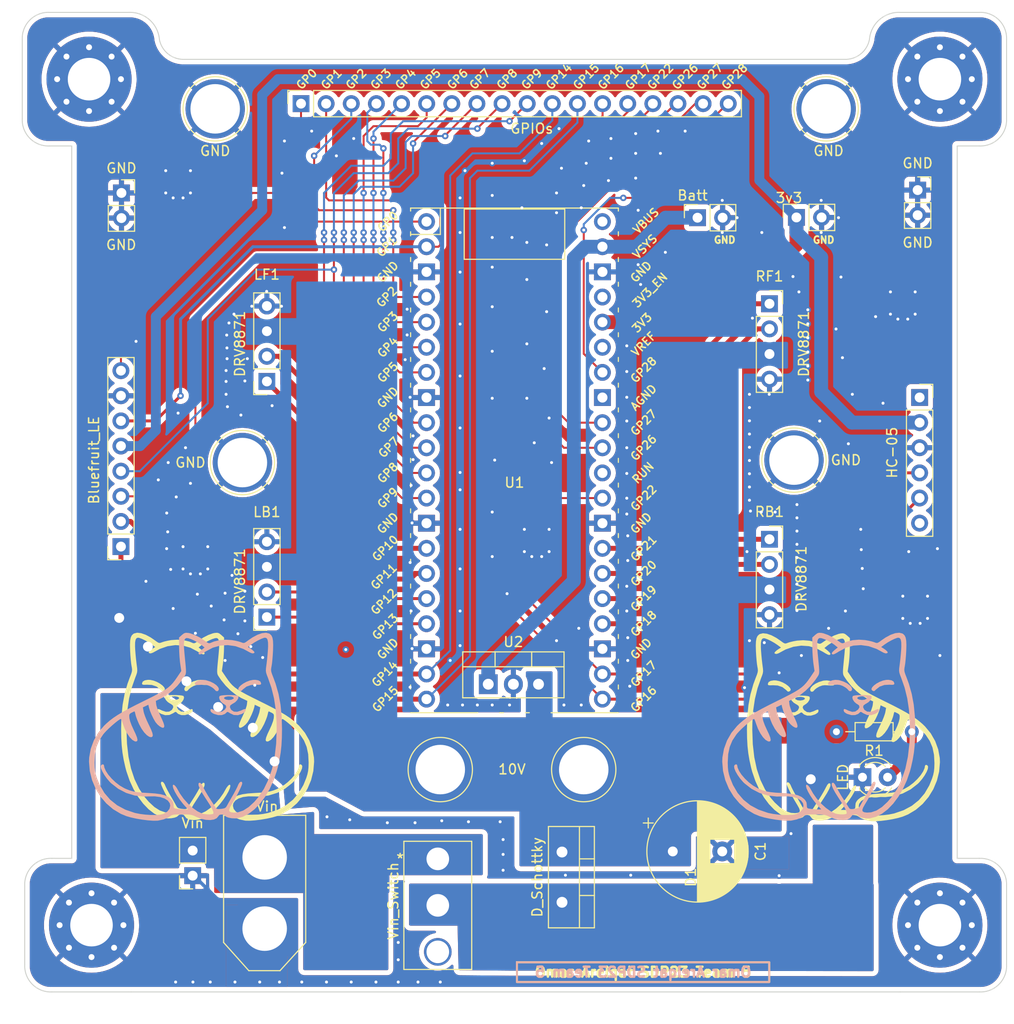
<source format=kicad_pcb>
(kicad_pcb (version 20211014) (generator pcbnew)
  (layers (0 "F.Cu" signal) (31 "B.Cu" signal) (34 "B.Paste" user) (35 "F.Paste" user) (36 "B.SilkS" user "B.Silkscreen") (37 "F.SilkS" user "F.Silkscreen") (38 "B.Mask" user) (39 "F.Mask" user) (44 "Edge.Cuts" user))
  (net 0 "")
  (net 1 "LF1")
  (net 2 "LF2")
  (net 3 "+10V")
  (net 4 "GND")
  (net 5 "RB1")
  (net 6 "RB2")
  (net 7 "LB1")
  (net 8 "LB2")
  (net 9 "RF1")
  (net 10 "RF2")
  (net 11 "Vcc_10v")
  (net 12 "Net-(D3-Pad2)")
  (net 13 "VCC")
  (net 15 "+3V3")
  (net 17 "VSYS")
  (net 24 "GPIO16")
  (net 25 "GPIO17")
  (net 26 "GPIO1")
  (net 27 "GPIO2")
  (net 28 "GPIO3")
  (net 29 "GPIO4")
  (net 30 "GPIO5")
  (net 31 "GPIO6")
  (net 32 "GPIO7")
  (net 33 "GPIO8")
  (net 34 "GPIO9")
  (net 35 "GPIO15")
  (net 36 "GPIO22")
  (net 37 "GPIO26")
  (net 38 "GPIO27")
  (net 39 "GPIO28")
  (net 40 "CTS")
  (net 41 "DFU")
  (footprint "Connector_PinSocket_2.54mm:PinSocket_1x02_P2.54mm_Vertical" (layer "F.Cu") (at 167.5 75.46)
    (fp_text reference "J17")
    (fp_text value "GND")
  )
  (footprint "Connector_PinSocket_2.54mm:PinSocket_1x04_P2.54mm_Vertical" (layer "F.Cu") (at 152.525 86.95)
    (fp_text reference "RF1")
    (fp_text value "DRV8871")
  )
  (footprint "Coaster_PCB_CDR:pic22" (layer "F.Cu") (at 95.75 129.5)
    (fp_text reference "Qat")
    (fp_text value "LOGO" hide)
  )
  (footprint "TestPoint:TestPoint_Plated_Hole_D5.0mm" (layer "F.Cu") (at 158.25 67.25)
    (fp_text reference "J15")
    (fp_text value "GND")
  )
  (footprint "Buggy_Footprints:1101M2S3CQE2" (layer "F.Cu") (at 119 143.051)
    (fp_text reference "SW1")
    (fp_text value "Vin_Switch")
  )
  (footprint "Connector_PinSocket_2.54mm:PinSocket_1x02_P2.54mm_Vertical" (layer "F.Cu") (at 155.25 78.225 90)
    (fp_text reference "J13")
    (fp_text value "3v3")
  )
  (footprint "MountingHole:MountingHole_4.3mm_M4_Pad_Via" (layer "F.Cu") (at 169.75 149.75)
    (fp_text reference "H3")
    (fp_text value "M")
  )
  (footprint "Connector_PinSocket_2.54mm:PinSocket_1x08_P2.54mm_Vertical" (layer "F.Cu") (at 86.975 111.49 180)
    (fp_text reference "J9")
    (fp_text value "Bluefruit_LE")
  )
  (footprint "Coaster_PCB_CDR:pic22" (layer "F.Cu") (at 159.00321 129.554814)
    (fp_text reference "Qat")
    (fp_text value "LOGO" hide)
  )
  (footprint "LED_THT:LED_D3.0mm" (layer "F.Cu") (at 161.925 134.8)
    (fp_text reference "D3")
    (fp_text value "LED")
  )
  (footprint "Package_TO_SOT_THT:TO-220-2_Vertical" (layer "F.Cu") (at 131.555 142.36 -90)
    (fp_text reference "D1")
    (fp_text value "D_Schottky")
  )
  (footprint "MountingHole:MountingHole_4.3mm_M4_Pad_Via" (layer "F.Cu") (at 83.75 64.25)
    (fp_text reference "H1")
    (fp_text value "M")
  )
  (footprint "TestPoint:TestPoint_Plated_Hole_D5.0mm" (layer "F.Cu") (at 99.25 103)
    (fp_text reference "J12")
    (fp_text value "GND")
  )
  (footprint "Connector_PinSocket_2.54mm:PinSocket_1x18_P2.54mm_Vertical" (layer "F.Cu") (at 105.175 66.725 90)
    (fp_text reference "J8")
    (fp_text value "GPIOs")
  )
  (footprint "Capacitor_THT:CP_Radial_D10.0mm_P5.00mm" (layer "F.Cu") (at 142.75 142.3)
    (fp_text reference "C1")
    (fp_text value "2200uF")
  )
  (footprint "TestPoint:TestPoint_Plated_Hole_D5.0mm" (layer "F.Cu") (at 96.5 67.25 90)
    (fp_text reference "J5")
    (fp_text value "GND")
  )
  (footprint "Connector_PinSocket_2.54mm:PinSocket_1x06_P2.54mm_Vertical" (layer "F.Cu") (at 167.7 96.42)
    (fp_text reference "J2")
    (fp_text value "HC-05")
  )
  (footprint "Connector_PinSocket_2.54mm:PinSocket_1x02_P2.54mm_Vertical" (layer "F.Cu") (at 145.25 78.2525 90)
    (fp_text reference "J4")
    (fp_text value "Batt")
  )
  (footprint "MountingHole:MountingHole_4.3mm_M4_Pad_Via" (layer "F.Cu") (at 169.75 64.25)
    (fp_text reference "H2")
    (fp_text value "M")
  )
  (footprint "Connector_PinSocket_2.54mm:PinSocket_1x02_P2.54mm_Vertical" (layer "F.Cu") (at 87.025 75.75)
    (fp_text reference "J16")
    (fp_text value "GND")
  )
  (footprint "Package_TO_SOT_THT:TO-220-3_Vertical" (layer "F.Cu") (at 124.1 125.4)
    (fp_text reference "U2")
    (fp_text value "LM2937xT")
  )
  (footprint "Connector_AMASS:AMASS_XT60-M_1x02_P7.20mm_Vertical" (layer "F.Cu") (at 101.5 150.1 90)
    (fp_text reference "J1")
    (fp_text value "Vin")
  )
  (footprint "Connector_PinSocket_2.54mm:PinSocket_1x02_P2.54mm_Vertical" (layer "F.Cu") (at 94.225 144.75 180)
    (fp_text reference "J6")
    (fp_text value "Vin")
  )
  (footprint "Resistor_THT:R_Axial_DIN0204_L3.6mm_D1.6mm_P7.62mm_Horizontal" (layer "F.Cu") (at 166.91 130.2 180)
    (fp_text reference "R1")
    (fp_text value "330")
  )
  (footprint "Connector_PinSocket_2.54mm:PinSocket_1x04_P2.54mm_Vertical" (layer "F.Cu") (at 101.725 118.62 180)
    (fp_text reference "LB1")
    (fp_text value "DRV8871")
  )
  (footprint "MountingHole:MountingHole_4.3mm_M4_Pad_Via" (layer "F.Cu") (at 84 149.75)
    (fp_text reference "H4")
    (fp_text value "M")
  )
  (footprint "Connector_PinSocket_2.54mm:PinSocket_1x04_P2.54mm_Vertical" (layer "F.Cu") (at 101.725 94.8 180)
    (fp_text reference "LF1")
    (fp_text value "DRV8871")
  )
  (footprint "TestPoint:TestPoint_Plated_Hole_D5.0mm" (layer "F.Cu") (at 119.25 134.0275)
    (fp_text reference "J7")
    (fp_text value "10V")
  )
  (footprint "TestPoint:TestPoint_Plated_Hole_D5.0mm" (layer "F.Cu") (at 133.75 134.0275)
    (fp_text reference "J3")
    (fp_text value "10V")
  )
  (footprint "TestPoint:TestPoint_Plated_Hole_D5.0mm" (layer "F.Cu") (at 155 102.75)
    (fp_text reference "J10")
    (fp_text value "GND")
  )
  (footprint "Connector_PinSocket_2.54mm:PinSocket_1x04_P2.54mm_Vertical" (layer "F.Cu") (at 152.525 110.75)
    (fp_text reference "RB1")
    (fp_text value "DRV8871")
  )
  (footprint "RPi_Pico:RPi_PicoW_SMD_TH" (layer "F.Cu") (at 126.75 102.7775)
    (fp_text reference "U1")
    (fp_text value "PicoW")
  )
  (footprint "Coaster_PCB_CDR:pic22" (layer "B.Cu") (at 158.5 129.5 180)
    (fp_text reference "Qat")
    (fp_text value "LOGO" hide)
  )
  (footprint "Coaster_PCB_CDR:pic22" (layer "B.Cu") (at 94.49679 129.5 180)
    (fp_text reference "Qat")
    (fp_text value "LOGO" hide)
  )
  (gr_rect (start 152.5 155.5) (end 127 153.5) (layer "B.SilkS") (width 0.2) (fill none))
  (gr_rect (start 152.5 155.5) (end 127 153.5) (layer "F.SilkS") (width 0.2) (fill none))
  (gr_arc (start 176.489399 153.75) (mid 175.719204 155.729805) (end 173.739399 156.5) (layer "Edge.Cuts") (width 0.1))
  (gr_arc (start 162.625 60.25) (mid 163.62765 58.246988) (end 165.739399 57.5) (layer "Edge.Cuts") (width 0.1))
  (gr_line (start 173.739399 143) (end 171.5 143) (layer "Edge.Cuts") (width 0.1))
  (gr_line (start 176.489399 60.25) (end 176.489399 68.25) (layer "Edge.Cuts") (width 0.1))
  (gr_arc (start 79.75 71) (mid 77.770195 70.229805) (end 77 68.25) (layer "Edge.Cuts") (width 0.1))
  (gr_line (start 77.25 153.75) (end 77.25 145.75) (layer "Edge.Cuts") (width 0.1))
  (gr_line (start 173.739399 57.5) (end 165.739399 57.5) (layer "Edge.Cuts") (width 0.1))
  (gr_arc (start 173.739399 143) (mid 175.719205 143.770194) (end 176.489399 145.75) (layer "Edge.Cuts") (width 0.1))
  (gr_line (start 171.5 143) (end 171.5 71) (layer "Edge.Cuts") (width 0.1))
  (gr_arc (start 93.25 62.25) (mid 91.705112 61.669962) (end 90.864399 60.25) (layer "Edge.Cuts") (width 0.1))
  (gr_line (start 77 68.25) (end 77 60.25) (layer "Edge.Cuts") (width 0.1))
  (gr_line (start 80 143) (end 82 143) (layer "Edge.Cuts") (width 0.1))
  (gr_arc (start 77.25 145.75) (mid 78.020195 143.770195) (end 80 143) (layer "Edge.Cuts") (width 0.1))
  (gr_line (start 80 156.5) (end 88 156.5) (layer "Edge.Cuts") (width 0.1))
  (gr_line (start 93.25 62.25) (end 160.239399 62.25) (layer "Edge.Cuts") (width 0.1))
  (gr_arc (start 77 60.25) (mid 77.770195 58.270195) (end 79.75 57.5) (layer "Edge.Cuts") (width 0.1))
  (gr_line (start 82 71) (end 82 143) (layer "Edge.Cuts") (width 0.1))
  (gr_line (start 171.5 71) (end 173.75 71) (layer "Edge.Cuts") (width 0.1))
  (gr_line (start 79.75 57.5) (end 87.75 57.5) (layer "Edge.Cuts") (width 0.1))
  (gr_arc (start 80 156.5) (mid 78.020195 155.729805) (end 77.25 153.75) (layer "Edge.Cuts") (width 0.1))
  (gr_arc (start 87.75 57.5) (mid 89.861792 58.246939) (end 90.864399 60.25) (layer "Edge.Cuts") (width 0.1))
  (gr_arc (start 162.625 60.25) (mid 161.784268 61.669939) (end 160.239399 62.25) (layer "Edge.Cuts") (width 0.1))
  (gr_line (start 173.739399 156.5) (end 165.739399 156.5) (layer "Edge.Cuts") (width 0.1))
  (gr_arc (start 176.489399 68.25) (mid 175.722928 70.22591) (end 173.75 71) (layer "Edge.Cuts") (width 0.1))
  (gr_line (start 79.75 71) (end 82 71) (layer "Edge.Cuts") (width 0.1))
  (gr_arc (start 173.739399 57.5) (mid 175.719205 58.270194) (end 176.489399 60.25) (layer "Edge.Cuts") (width 0.1))
  (gr_line (start 176.489399 145.75) (end 176.489399 153.75) (layer "Edge.Cuts") (width 0.1))
  (gr_line (start 88 156.5) (end 165.739399 156.5) (layer "Edge.Cuts") (width 0.1))
  (gr_text "Omar Areiqat SDP23 Team 5" (at 139.75 154.5) (layer "B.SilkS") (effects (font (size 1 1) (thickness 0.25)) (justify mirror)))
  (gr_text "GP26" (at 144 64 45) (layer "F.SilkS") (effects (font (size 0.8 0.8))))
  (gr_text "GP17" (at 139.25 64 45) (layer "F.SilkS") (effects (font (size 0.8 0.8))))
  (gr_text "GND" (at 87.025 73.25) (layer "F.SilkS") (effects (font (size 1 1))))
  (gr_text "GND" (at 148 80.5) (layer "F.SilkS") (effects (font (size 0.7 0.7) (thickness 0.175))))
  (gr_text "GP0" (at 105.75 64.25 45) (layer "F.SilkS") (effects (font (size 0.8 0.8))))
  (gr_text "GP15" (at 134 64 45) (layer "F.SilkS") (effects (font (size 0.8 0.8))))
  (gr_text "Omar Areiqat SDP23 Team 5" (at 139.75 154.5) (layer "F.SilkS") (effects (font (size 1 1) (thickness 0.25))))
  (gr_text "GND" (at 167.5 72.75) (layer "F.SilkS") (effects (font (size 1 1))))
  (gr_text "GP14" (at 131.25 64 45) (layer "F.SilkS") (effects (font (size 0.8 0.8))))
  (gr_text "GP5" (at 118.25 64.25 45) (layer "F.SilkS") (effects (font (size 0.8 0.8))))
  (gr_text "GND" (at 87 81) (layer "F.SilkS") (effects (font (size 1 1))))
  (gr_text "GP1" (at 108.25 64.25 45) (layer "F.SilkS") (effects (font (size 0.8 0.8))))
  (gr_text "GP28" (at 149 64 45) (layer "F.SilkS") (effects (font (size 0.8 0.8))))
  (gr_text "GP6" (at 121 64.25 45) (layer "F.SilkS") (effects (font (size 0.8 0.8))))
  (gr_text "GP8" (at 126 64.25 45) (layer "F.SilkS") (effects (font (size 0.8 0.8))))
  (gr_text "GND" (at 158 80.5) (layer "F.SilkS") (effects (font (size 0.7 0.7) (thickness 0.175))))
  (gr_text "GP9" (at 128.5 64.25 45) (layer "F.SilkS") (effects (font (size 0.8 0.8))))
  (gr_text "GP2" (at 110.75 64.25 45) (layer "F.SilkS") (effects (font (size 0.8 0.8))))
  (gr_text "GP22" (at 141.5 64 45) (layer "F.SilkS") (effects (font (size 0.8 0.8))))
  (gr_text "GP4" (at 115.75 64.25 45) (layer "F.SilkS") (effects (font (size 0.8 0.8))))
  (gr_text "GP27" (at 146.5 64 45) (layer "F.SilkS") (effects (font (size 0.8 0.8))))
  (gr_text "GP16" (at 136.5 64 45) (layer "F.SilkS") (effects (font (size 0.8 0.8))))
  (gr_text "GP3" (at 113.25 64.25 45) (layer "F.SilkS") (effects (font (size 0.8 0.8))))
  (gr_text "GP7" (at 123.25 64.25 45) (layer "F.SilkS") (effects (font (size 0.8 0.8))))
  (segment (start 117.86 114.2075) (end 116.675 114.2075) (width 0.5) (layer "F.Cu") (net 1))
  (segment (start 101.725 94.825) (end 101.725 94.8) (width 0.5) (layer "F.Cu") (net 1))
  (segment (start 113.2475 114.775) (end 108.3 109.8275) (width 0.5) (layer "F.Cu") (net 1))
  (segment (start 116.221016 114.775) (end 113.2475 114.775) (width 0.5) (layer "F.Cu") (net 1))
  (segment (start 108.3 101.4) (end 101.725 94.825) (width 0.5) (layer "F.Cu") (net 1))
  (segment (start 116.675 114.321016) (end 116.221016 114.775) (width 0.5) (layer "F.Cu") (net 1))
  (segment (start 116.675 114.2075) (end 116.675 114.321016) (width 0.5) (layer "F.Cu") (net 1))
  (segment (start 108.3 109.8275) (end 108.3 101.4) (width 0.5) (layer "F.Cu") (net 1))
  (segment (start 111.25 109.0275) (end 111.25 100.55) (width 0.5) (layer "F.Cu") (net 2))
  (segment (start 117.86 111.6675) (end 113.89 111.6675) (width 0.5) (layer "F.Cu") (net 2))
  (segment (start 111.25 100.55) (end 102.96 92.26) (width 0.5) (layer "F.Cu") (net 2))
  (segment (start 113.89 111.6675) (end 111.25 109.0275) (width 0.5) (layer "F.Cu") (net 2))
  (segment (start 102.96 92.26) (end 101.725 92.26) (width 0.5) (layer "F.Cu") (net 2))
  (via (at 109.7 121.9) (size 0.65) (drill 0.3) (layers "F.Cu" "B.Cu") (net 4))
  (via (at 121.25 83.75) (size 0.65) (drill 0.3) (layers "F.Cu" "B.Cu") (net 4))
  (via (at 94 75.75) (size 0.65) (drill 0.3) (layers "F.Cu" "B.Cu") (net 4))
  (via (at 116.5 102.7) (size 0.65) (drill 0.3) (layers "F.Cu" "B.Cu") (net 4))
  (via (at 110.5 70.25) (size 0.65) (drill 0.3) (layers "F.Cu" "B.Cu") (net 4))
  (via (at 96.1 117.5) (size 0.65) (drill 0.3) (layers "F.Cu" "B.Cu") (net 4))
  (via (at 138.1 106.6) (size 0.65) (drill 0.3) (layers "F.Cu" "B.Cu") (net 4))
  (via (at 130.25 112) (size 0.65) (drill 0.3) (layers "F.Cu" "B.Cu") (net 4))
  (via (at 134.25 70.5) (size 0.65) (drill 0.3) (layers "F.Cu" "B.Cu") (net 4))
  (via (at 155.3 107.247208) (size 0.65) (drill 0.3) (layers "F.Cu" "B.Cu") (net 4))
  (via (at 166.75 119.25) (size 0.65) (drill 0.3) (layers "F.Cu" "B.Cu") (net 4))
  (via (at 154.7 140.5) (size 0.65) (drill 0.3) (layers "F.Cu" "B.Cu") (net 4))
  (via (at 124.75 102.75) (size 0.65) (drill 0.3) (layers "F.Cu" "B.Cu") (net 4))
  (via (at 128.75 101) (size 0.65) (drill 0.3) (layers "F.Cu" "B.Cu") (net 4))
  (via (at 160.2 118) (size 0.65) (drill 0.3) (layers "F.Cu" "B.Cu") (net 4))
  (via (at 98.4 88) (size 0.65) (drill 0.3) (layers "F.Cu" "B.Cu") (net 4))
  (via (at 163.25 88.25) (size 0.65) (drill 0.3) (layers "F.Cu" "B.Cu") (net 4))
  (via (at 150.5 121) (size 0.65) (drill 0.3) (layers "F.Cu" "B.Cu") (net 4))
  (via (at 130.25 109.75) (size 0.65) (drill 0.3) (layers "F.Cu" "B.Cu") (net 4))
  (via (at 161.9 113.7) (size 0.65) (drill 0.3) (layers "F.Cu" "B.Cu") (net 4))
  (via (at 100.2 87.2) (size 0.65) (drill 0.3) (layers "F.Cu" "B.Cu") (net 4))
  (via (at 110.1 139.1) (size 0.65) (drill 0.3) (layers "F.Cu" "B.Cu") (net 4))
  (via (at 91.6 108.1) (size 0.65) (drill 0.3) (layers "F.Cu" "B.Cu") (net 4))
  (via (at 116.2 96.4) (size 0.65) (drill 0.3) (layers "F.Cu" "B.Cu") (net 4))
  (via (at 150 125.75) (size 0.65) (drill 0.3) (layers "F.Cu" "B.Cu") (net 4))
  (via (at 129.75 93.5) (size 0.65) (drill 0.3) (layers "F.Cu" "B.Cu") (net 4))
  (via (at 130.25 98.5) (size 0.65) (drill 0.3) (layers "F.Cu" "B.Cu") (net 4))
  (via (at 144 69.5) (size 0.65) (drill 0.3) (layers "F.Cu" "B.Cu") (net 4))
  (via (at 103.2 87.2) (size 0.65) (drill 0.3) (layers "F.Cu" "B.Cu") (net 4))
  (via (at 115 151.5) (size 0.65) (drill 0.3) (layers "F.Cu" "B.Cu") (net 4))
  (via (at 88.5 90.75) (size 0.65) (drill 0.3) (layers "F.Cu" "B.Cu") (net 4))
  (via (at 159.75 84.25) (size 0.65) (drill 0.3) (layers "F.Cu" "B.Cu") (net 4))
  (via (at 154.9 84.2) (size 0.65) (drill 0.3) (layers "F.Cu" "B.Cu") (net 4))
  (via (at 156.4 94.66) (size 0.65) (drill 0.3) (layers "F.Cu" "B.Cu") (net 4))
  (via (at 112.75 155.5) (size 0.65) (drill 0.3) (layers "F.Cu" "B.Cu") (net 4))
  (via (at 138.1 98.8) (size 0.65) (drill 0.3) (layers "F.Cu" "B.Cu") (net 4))
  (via (at 136.5 70.25) (size 0.65) (drill 0.3) (layers "F.Cu" "B.Cu") (net 4))
  (via (at 157.6 98.8) (size 0.65) (drill 0.3) (layers "F.Cu" "B.Cu") (net 4))
  (via (at 99.5 119) (size 0.65) (drill 0.3) (layers "F.Cu" "B.Cu") (net 4))
  (via (at 139.25 83) (size 0.65) (drill 0.3) (layers "F.Cu" "B.Cu") (net 4))
  (via (at 100.3 129.8) (size 2) (drill 1) (layers "F.Cu" "B.Cu") (net 4))
  (via (at 156.4 93.24) (size 0.65) (drill 0.3) (layers "F.Cu" "B.Cu") (net 4))
  (via (at 130 87.75) (size 0.65) (drill 0.3) (layers "F.Cu" "B.Cu") (net 4))
  (via (at 97.4 118.9) (size 0.65) (drill 0.3) (layers "F.Cu" "B.Cu") (net 4))
  (via (at 124.5 112.5) (size 0.65) (drill 0.3) (layers "F.Cu" "B.Cu") (net 4))
  (via (at 157.75 76.5) (size 0.65) (drill 0.3) (layers "F.Cu" "B.Cu") (net 4))
  (via (at 121.25 105.75) (size 0.65) (drill 0.3) (layers "F.Cu" "B.Cu") (net 4))
  (via (at 121.25 89) (size 0.65) (drill 0.3) (layers "F.Cu" "B.Cu") (net 4))
  (via (at 124.5 127.5) (size 0.65) (drill 0.3) (layers "F.Cu" "B.Cu") (net 4))
  (via (at 91.7 110) (size 0.65) (drill 0.3) (layers "F.Cu" "B.Cu") (net 4))
  (via (at 99.5 116) (size 0.65) (drill 0.3) (layers "F.Cu" "B.Cu") (net 4))
  (via (at 97.6 94.8) (size 0.65) (drill 0.3) (layers "F.Cu" "B.Cu") (net 4))
  (via (at 107.8 138.8) (size 0.65) (drill 0.3) (layers "F.Cu" "B.Cu") (net 4))
  (via (at 94.5 120.25) (size 0.65) (drill 0.3) (layers "F.Cu" "B.Cu") (net 4))
  (via (at 139 69.75) (size 0.65) (drill 0.3) (layers "F.Cu" "B.Cu") (net 4))
  (via (at 116.4 121.8) (size 0.65) (drill 0.3) (layers "F.Cu" "B.Cu") (net 4))
  (via (at 115 153.25) (size 0.65) (drill 0.3) (layers "F.Cu" "B.Cu") (net 4))
  (via (at 103 155.5) (size 0.65) (drill 0.3) (layers "F.Cu" "B.Cu") (net 4))
  (via (at 164 97) (size 0.65) (drill 0.3) (layers "F.Cu" "B.Cu") (net 4))
  (via (at 101.7 85.7) (size 0.65) (drill 0.3) (layers "F.Cu" "B.Cu") (net 4))
  (via (at 107.75 155.5) (size 0.65) (drill 0.3) (layers "F.Cu" "B.Cu") (net 4))
  (via (at 108.75 72) (size 0.65) (drill 0.3) (layers "F.Cu" "B.Cu") (net 4))
  (via (at 141.5 71.75) (size 0.65) (drill 0.3) (layers "F.Cu" "B.Cu") (net 4))
  (via (at 138.2 112.9) (size 0.65) (drill 0.3) (layers "F.Cu" "B.Cu") (net 4))
  (via (at 150.6 107.9) (size 0.65) (drill 0.3) (layers "F.Cu" "B.Cu") (net 4))
  (via (at 138.1 91.2) (size 0.65) (drill 0.3) (layers "F.Cu" "B.Cu") (net 4))
  (via (at 116.4 109.1) (size 0.65) (drill 0.3) (layers "F.Cu" "B.Cu") (net 4))
  (via (at 131.5 73.25) (size 0.65) (drill 0.3) (layers "F.Cu" "B.Cu") (net 4))
  (via (at 101.3 122.7) (size 0.65) (drill 0.3) (layers "F.Cu" "B.Cu") (net 4))
  (via (at 141.25 69.5) (size 0.65) (drill 0.3) (layers "F.Cu" "B.Cu") (net 4))
  (via (at 150.5 97.438198) (size 0.65) (drill 0.3) (layers "F.Cu" "B.Cu") (net 4))
  (via (at 131.25 69.25) (size 0.65) (drill 0.3) (layers "F.Cu" "B.Cu") (net 4))
  (via (at 162 115.75) (size 0.65) (drill 0.3) (layers "F.Cu" "B.Cu") (net 4))
  (via (at 150.25 112) (size 0.65) (drill 0.3) (layers "F.Cu" "B.Cu") (net 4))
  (via (at 121.25 109.75) (size 0.65) (drill 0.3) (layers "F.Cu" "B.Cu") (net 4))
  (via (at 124.5 91.75) (size 0.65) (drill 0.3) (layers "F.Cu" "B.Cu") (net 4))
  (via (at 94 114.25) (size 0.65) (drill 0.3) (layers "F.Cu" "B.Cu") (net 4))
  (via (at 150.5 101.452792) (size 0.65) (drill 0.3) (layers "F.Cu" "B.Cu") (net 4))
  (via (at 97.739333 97.35515) (size 0.65) (drill 0.3) (layers "F.Cu" "B.Cu") (net 4))
  (via (at 124.5 76) (size 0.65) (drill 0.3) (layers "F.Cu" "B.Cu") (net 4))
  (via (at 155.3 117.952792) (size 0.65) (drill 0.3) (layers "F.Cu" "B.Cu") (net 4))
  (via (at 155.75 122.5) (size 0.65) (drill 0.3) (layers "F.Cu" "B.Cu") (net 4))
  (via (at 150.5 105.467386) (size 0.65) (drill 0.3) (layers "F.Cu" "B.Cu") (net 4))
  (via (at 127.75 112) (size 0.65) (drill 0.3) (layers "F.Cu" "B.Cu") (net 4))
  (via (at 131.9 144.7) (size 0.65) (drill 0.3) (layers "F.Cu" "B.Cu") (net 4))
  (via (at 113.9 139.4) (size 0.65) (drill 0.3) (layers "F.Cu" "B.Cu") (net 4))
  (via (at 101 155.5) (size 0.65) (drill 0.3) (layers "F.Cu" "B.Cu") (net 4))
  (via (at 116.5 100.3) (size 0.65) (drill 0.3) (layers "F.Cu" "B.Cu") (net 4))
  (via (at 133.25 119.75) (size 0.65) (drill 0.3) (layers "F.Cu" "B.Cu") (net 4))
  (via (at 99.5 94.75) (size 0.65) (drill 0.3) (layers "F.Cu" "B.Cu") (net 4))
  (via (at 157.75 79.75) (size 0.65) (drill 0.3) (layers "F.Cu" "B.Cu") (net 4))
  (via (at 152.5 96.1) (size 0.65) (drill 0.3) (layers "F.Cu" "B.Cu") (net 4))
  (via (at 156.4 91.82) (size 0.65) (drill 0.3) (layers "F.Cu" "B.Cu") (net 4))
  (via (at 121.25 104) (size 0.65) (drill 0.3) (layers "F.Cu" "B.Cu") (net 4))
  (via (at 92.25 76.25) (size 0.65) (drill 0.3) (layers "F.Cu" "B.Cu") (net 4))
  (via (at 165.5 88.5) (size 0.65) (drill 0.3) (layers "F.Cu" "B.Cu") (net 4))
  (via (at 155.3 111.261802) (size 0.65) (drill 0.3) (layers "F.Cu" "B.Cu") (net 4))
  (via (at 116.2 125.7) (size 0.65) (drill 0.3) (layers "F.Cu" "B.Cu") (net 4))
  (via (at 91.5 73.5) (size 0.65) (drill 0.3) (layers "F.Cu" "B.Cu") (net 4))
  (via (at 105.25 155.5) (size 0.65) (drill 0.3) (layers "F.Cu" "B.Cu") (net 4))
  (via (at 138.1 115.5) (size 0.65) (drill 0.3) (layers "F.Cu" "B.Cu") (net 4))
  (via (at 169.5 111.7) (size 0.65) (drill 0.3) (layers "F.Cu" "B.Cu") (net 4))
  (via (at 103.5 70.5) (size 0.65) (drill 0.3) (layers "F.Cu" "B.Cu") (net 4))
  (via (at 131 75.75) (size 0.65) (drill 0.3) (layers "F.Cu" "B.Cu") (net 4))
  (via (at 92.5 155.5) (size 0.65) (drill 0.3) (layers "F.Cu" "B.Cu") (net 4))
  (via (at 103.25 73.75) (size 0.65) (drill 0.3) (layers "F.Cu" "B.Cu") (net 4))
  (via (at 89.5 115) (size 0.65) (drill 0.3) (layers "F.Cu" "B.Cu") (net 4))
  (via (at 138.2 110.4) (size 0.65) (drill 0.3) (layers "F.Cu" "B.Cu") (net 4))
  (via (at 91.5 75.75) (size 0.65) (drill 0.3) (layers "F.Cu" "B.Cu") (net 4))
  (via (at 100.1 121.6) (size 0.65) (drill 0.3) (layers "F.Cu" "B.Cu") (net 4))
  (via (at 124.5 108) (size 0.65) (drill 0.3) (layers "F.Cu" "B.Cu") (net 4))
  (via (at 121.25 118) (size 0.65) (drill 0.3) (layers "F.Cu" "B.Cu") (net 4))
  (via (at 94 73.5) (size 0.65) (drill 0.3) (layers "F.Cu" "B.Cu") (net 4))
  (via (at 130.5 103) (size 0.65) (drill 0.3) (layers "F.Cu" "B.Cu") (net 4))
  (via (at 93.25 113.75) (size 0.65) (drill 0.3) (layers "F.Cu" "B.Cu") (net 4))
  (via (at 124.5 96.5) (size 0.65) (drill 0.3) (layers "F.Cu" "B.Cu") (net 4))
  (via (at 125.6 142.6) (size 0.65) (drill 0.3) (layers "F.Cu" "B.Cu") (net 4))
  (via (at 166.5 88.5) (size 0.65) (drill 0.3) (layers "F.Cu" "B.Cu") (net 4))
  (via (at 126.25 127.5) (size 0.65) (drill 0.3) (layers "F.Cu" "B.Cu") (net 4))
  (via (at 124.5 80.25) (size 0.65) (drill 0.3) (layers "F.Cu" "B.Cu") (net 4))
  (via (at 128 96.5) (size 0.65) (drill 0.3) (layers "F.Cu" "B.Cu") (net 4))
  (via (at 116.3 105.3) (size 0.65) (drill 0.3) (layers "F.Cu" "B.Cu") (net 4))
  (via (at 122.1 139.3) (size 0.65) (drill 0.3) (layers "F.Cu" "B.Cu") (net 4))
  (via (at 131 77.75) (size 0.65) (drill 0.3) (layers "F.Cu" "B.Cu") (net 4))
  (via (at 138.2 120.7) (size 0.65) (drill 0.3) (layers "F.Cu" "B.Cu") (net 4))
  (via (at 99.75 92.5) (size 0.65) (drill 0.3) (layers "F.Cu" "B.Cu") (net 4))
  (via (at 95.75 113.75) (size 0.65) (drill 0.3) (layers "F.Cu" "B.Cu") (net 4))
  (via (at 121.25 121.5) (size 0.65) (drill 0.3) (layers "F.Cu" "B.Cu") (net 4))
  (via (at 159.9 92.4) (size 0.65) (drill 0.3) (layers "F.Cu" "B.Cu") (net 4))
  (via (at 126.5 80.25) (size 0.65) (drill 0.3) (layers "F.Cu" "B.Cu") (net 4))
  (via (at 98.8 120.3) (size 0.65) (drill 0.3) (layers "F.Cu" "B.Cu") (net 4))
  (via (at 98.2 114.4) (size 0.65) (drill 0.3) (layers "F.Cu" "B.Cu") (net 4))
  (via (at 130 81) (size 0.65) (drill 0.3) (layers "F.Cu" "B.Cu") (net 4))
  (via (at 138.1 108.2) (size 0.65) (drill 0.3) (layers "F.Cu" "B.Cu") (net 4))
  (via (at 110.25 155.5) (size 0.65) (drill 0.3) (layers "F.Cu" "B.Cu") (net 4))
  (via (at 128 80.75) (size 0.65) (drill 0.3) (layers "F.Cu" "B.Cu") (net 4))
  (via (at 125.6 141.1) (size 0.65) (drill 0.3) (layers "F.Cu" "B.Cu") (net 4))
  (via (at 152 121.2) (size 0.65) (drill 0.3) (layers "F.Cu" "B.Cu") (net 4))
  (via (at 138.1 96.4) (size 0.65) (drill 0.3) (layers "F.Cu" "B.Cu") (net 4))
  (via (at 96 155.5) (size 0.65) (drill 0.3) (layers "F.Cu" "B.Cu") (net 4))
  (via (at 150.5 100.114594) (size 0.65) (drill 0.3) (layers "F.Cu" "B.Cu") (net 4))
  (via (at 115.9 87.5) (size 0.65) (drill 0.3) (layers "F.Cu" "B.Cu") (net 4))
  (via (at 160.5 101.1) (size 0.65) (drill 0.3) (layers "F.Cu" "B.Cu") (net 4))
  (via (at 164.75 88) (size 0.65) (drill 0.3) (layers "F.Cu" "B.Cu") (net 4))
  (via (at 159.25 89.5) (size 0.65) (drill 0.3) (layers "F.Cu" "B.Cu") (net 4))
  (via (at 138.1 104.1) (size 0.65) (drill 0.3) (layers "F.Cu" "B.Cu") (net 4))
  (via (at 97.5 123) (size 0.65) (drill 0.3) (layers "F.Cu" "B.Cu") (net 4))
  (via (at 150.5 106.805584) (size 0.65) (drill 0.3) (layers "F.Cu" "B.Cu") (net 4))
  (via (at 147.75 79.75) (size 0.65) (drill 0.3) (layers "F.Cu" "B.Cu") (net 4))
  (via (at 125.3 139.3) (size 0.65) (drill 0.3) (layers "F.Cu" "B.Cu") (net 4))
  (via (at 153.5 144.75) (size 0.65) (drill 0.3) (layers "F.Cu" "B.Cu") (net 4))
  (via (at 124.5 87.25) (size 0.65) (drill 0.3) (layers "F.Cu" "B.Cu") (net 4))
  (via (at 136.25 74.5) (size 0.65) (drill 0.3) (layers "F.Cu" "B.Cu") (net 4))
  (via (at 92.562435 106.47305) (size 0.65) (drill 0.3) (layers "F.Cu" "B.Cu") (net 4))
  (via (at 120.25 123) (size 0.65) (drill 0.3) (layers "F.Cu" "B.Cu") (net 4))
  (via (at 155.3 113.938198) (size 0.65) (drill 0.3) (layers "F.Cu" "B.Cu") (net 4))
  (via (at 128 84.5) (size 0.65) (drill 0.3) (layers "F.Cu" "B.Cu") (net 4))
  (via (at 164.75 85.75) (size 0.65) (drill 0.3) (layers "F.Cu" "B.Cu") (net 4))
  (via (at 131.75 127.5) (size 0.65) (drill 0.3) (layers "F.Cu" "B.Cu") (net 4))
  (via (at 133.5 77.25) (size 0.65) (drill 0.3) (layers "F.Cu" "B.Cu") (net 4))
  (via (at 155.3 108.585406) (size 0.65) (drill 0.3) (layers "F.Cu" "B.Cu") (net 4))
  (via (at 133.5 127.5) (size 0.65) (drill 0.3) (layers "F.Cu" "B.Cu") (net 4))
  (via (at 93.25 76.25) (size 0.65) (drill 0.3) (layers "F.Cu" "B.Cu") (net 4))
  (via (at 127.75 72.5) (size 0.65) (drill 0.3) (layers "F.Cu" "B.Cu") (net 4))
  (via (at 93.25 111.5) (size 0.65) (drill 0.3) (layers "F.Cu" "B.Cu") (net 4))
  (via (at 150.5 98.776396) (size 0.65) (drill 0.3) (layers "F.Cu" "B.Cu") (net 4))
  (via (at 119.25 155.5) (size 0.65) (drill 0.3) (layers "F.Cu" "B.Cu") (net 4))
  (via (at 150.5 96.1) (size 0.65) (drill 0.3) (layers "F.Cu" "B.Cu") (net 4))
  (via (at 136.5 72.25) (size 0.65) (drill 0.3) (layers "F.Cu" "B.Cu") (net 4))
  (via (at 124.5 72.75) (size 0.65) (drill 0.3) (layers "F.Cu" "B.Cu") (net 4))
  (via (at 138.1 93.8) (size 0.65) (drill 0.3) (layers "F.Cu" "B.Cu") (net 4))
  (via (at 138.4 125.6) (size 0.65) (drill 0.3) (layers "F.Cu" "B.Cu") (net 4))
  (via (at 160.9 96.1) (size 0.65) (drill 0.3) (layers "F.Cu" "B.Cu") (net 4))
  (via (at 167.25 85.75) (size 0.65) (drill 0.3) (layers "F.Cu" "B.Cu") (net 4))
  (via (at 150.5 104.129188) (size 0.65) (drill 0.3) (layers "F.Cu" "B.Cu") (net 4))
  (via (at 121.25 99.5) (size 0.65) (drill 0.3) (layers "F.Cu" "B.Cu") (net 4))
  (via (at 93.6 125.1) (size 2) (drill 1) (layers "F.Cu" "B.Cu") (net 4))
  (via (at 97.6 96.1) (size 0.65) (drill 0.3) (layers "F.Cu" "B.Cu") (net 4))
  (via (at 155.3 115.276396) (size 0.65) (drill 0.3) (layers "F.Cu" "B.Cu") (net 4))
  (via (at 103.5 79.25) (size 0.65) (drill 0.3) (layers "F.Cu" "B.Cu") (net 4))
  (via (at 97.688345 91.414985) (size 0.65) (drill 0.3) (layers "F.Cu" "B.Cu") (net 4))
  (via (at 124.5 83.25) (size 0.65) (drill 0.3) (layers "F.Cu" "B.Cu") (net 4))
  (via (at 115.7 92.6) (size 0.65) (drill 0.3) (layers "F.Cu" "B.Cu") (net 4))
  (via (at 150.8 88.4) (size 0.65) (drill 0.3) (layers "F.Cu" "B.Cu") (net 4))
  (via (at 129.5 112.5) (size 0.65) (drill 0.3) (layers "F.Cu" "B.Cu") (net 4))
  (via (at 94 105.1) (size 0.65) (drill 0.3) (layers "F.Cu" "B.Cu") (net 4))
  (via (at 97.6 93.7) (size 0.65) (drill 0.3) (layers "F.Cu" "B.Cu") (net 4))
  (via (at 121.25 113.75) (size 0.65) (drill 0.3) (layers "F.Cu" "B.Cu") (net 4))
  (via (at 94.25 155.5) (size 0.65) (drill 0.3) (layers "F.Cu" "B.Cu") (net 4))
  (via (at 115.9 90.1) (size 0.65) (drill 0.3) (layers "F.Cu" "B.Cu") (net 4))
  (via (at 117 155.5) (size 0.65) (drill 0.3) (layers "F.Cu" "B.Cu") (net 4))
  (via (at 138.5 144.7) (size 0.65) (drill 0.3) (layers "F.Cu" "B.Cu") (net 4))
  (via (at 128 91) (size 0.65) (drill 0.3) (layers "F.Cu" "B.Cu") (net 4))
  (via (at 138.1 101.5) (size 0.65) (drill 0.3) (layers "F.Cu" "B.Cu") (net 4))
  (via (at 153.1 108) (size 0.65) (drill 0.3) (layers "F.Cu" "B.Cu") (net 4))
  (via (at 115 155.5) (size 0.65) (drill 0.3) (layers "F.Cu" "B.Cu") (net 4))
  (via (at 127.75 109.75) (size 0.65) (drill 0.3) (layers "F.Cu" "B.Cu") (net 4))
  (via (at 138.2 123) (size 0.65) (drill 0.3) (layers "F.Cu" "B.Cu") (net 4))
  (via (at 139.5 85) (size 0.65) (drill 0.3) (layers "F.Cu" "B.Cu") (net 4))
  (via (at 151.7 108) (size 0.65) (drill 0.3) (layers "F.Cu" "B.Cu") (net 4))
  (via (at 155.3 109.923604) (size 0.65) (drill 0.3) (layers "F.Cu" "B.Cu") (net 4))
  (via (at 169.75 122.5) (size 0.65) (drill 0.3) (layers "F.Cu" "B.Cu") (net 4))
  (via (at 96.8 127.7) (size 2) (drill 1) (layers "F.Cu" "B.Cu") (net 4))
  (via (at 89.7 121.6) (size 2) (drill 1) (layers "F.Cu" "B.Cu") (net 4))
  (via (at 167.25 88) (size 0.65) (drill 0.3) (layers "F.Cu" "B.Cu") (net 4))
  (via (at 119.4 139.2) (size 0.65) (drill 0.3) (layers "F.Cu" "B.Cu") (net 4))
  (via (at 129.5 70.75) (size 0.65) (drill 0.3) (layers "F.Cu" "B.Cu") (net 4))
  (via (at 102.5 133.2) (size 2) (drill 1) (layers "F.Cu" "B.Cu") (net 4))
  (via (at 166 116.5) (size 0.65) (drill 0.3) (layers "F.Cu" "B.Cu") (net 4))
  (via (at 134 72.75) (size 0.65) (drill 0.3) (layers "F.Cu" "B.Cu") (net 4))
  (via (at 126 116.25) (size 0.65) (drill 0.3) (layers "F.Cu" "B.Cu") (net 4))
  (via (at 150.5 102.79099) (size 0.65) (drill 0.3) (layers "F.Cu" "B.Cu") (net 4))
  (via (at 99.1 98.2) (size 0.65) (drill 0.3) (layers "F.Cu" "B.Cu") (net 4))
  (via (at 168.5 116.5) (size 0.65) (drill 0.3) (layers "F.Cu" "B.Cu") (net 4))
  (via (at 95.75 111.5) (size 0.65) (drill 0.3) (layers "F.Cu" "B.Cu") (net 4))
  (via (at 149.25 78.25) (size 0.65) (drill 0.3) (layers "F.Cu" "B.Cu") (net 4))
  (via (at 156.4 87.56) (size 0.65) (drill 0.3) (layers "F.Cu" "B.Cu") (net 4))
  (via (at 153.5 124.25) (size 0.65) (drill 0.3) (layers "F.Cu" "B.Cu") (net 4))
  (via (at 121.75 73.5) (size 0.65) (drill 0.3) (layers "F.Cu" "B.Cu") (net 4))
  (via (at 156.4 90.4) (size 0.65) (drill 0.3) (layers "F.Cu" "B.Cu") (net 4))
  (via (at 90.75 104.75) (size 0.65) (drill 0.3) (layers "F.Cu" "B.Cu") (net 4))
  (via (at 121.5 127.5) (size 0.65) (drill 0.3) (layers "F.Cu" "B.Cu") (net 4))
  (via (at 116.2 113.1) (size 0.65) (drill 0.3) (layers "F.Cu" "B.Cu") (net 4))
  (via (at 98.5 155.5) (size 0.65) (drill 0.3) (layers "F.Cu" "B.Cu") (net 4))
  (via (at 97.7 92.5) (size 0.65) (drill 0.3) (layers "F.Cu" "B.Cu") (net 4))
  (via (at 127.5 77.25) (size 0.65) (drill 0.3) (layers "F.Cu" "B.Cu") (net 4))
  (via (at 158.5 119.75) (size 0.65) (drill 0.3) (layers "F.Cu" "B.Cu") (net 4))
  (via (at 168.5 118.75) (size 0.65) (drill 0.3) (layers "F.Cu" "B.Cu") (net 4))
  (via (at 97.5 116.2) (size 0.65) (drill 0.3) (layers "F.Cu" "B.Cu") (net 4))
  (via (at 97.892299 88.891052) (size 0.65) (drill 0.3) (layers "F.Cu" "B.Cu") (net 4))
  (via (at 97.662851 90.114777) (size 0.65) (drill 0.3) (layers "F.Cu" "B.Cu") (net 4))
  (via (at 92.75 98) (size 0.65) (drill 0.3) (layers "F.Cu" "B.Cu") (net 4))
  (via (at 95 114.25) (size 0.65) (drill 0.3) (layers "F.Cu" "B.Cu") (net 4))
  (via (at 131 121) (size 0.65) (drill 0.3) (layers "F.Cu" "B.Cu") (net 4))
  (via (at 102.25 97.25) (size 0.65) (drill 0.3) (layers "F.Cu" "B.Cu") (net 4))
  (via (at 116.3 118) (size 0.65) (drill 0.3) (layers "F.Cu" "B.Cu") (net 4))
  (via (at 151.75 79.75) (size 0.65) (drill 0.3) (layers "F.Cu" "B.Cu") (net 4))
  (via (at 155.5 85.75) (size 0.65) (drill 0.3) (layers "F.Cu" "B.Cu") (net 4))
  (via (at 166 118.75) (size 0.65) (drill 0.3) (layers "F.Cu" "B.Cu") (net 4))
  (via (at 92.25 117.75) (size 0.65) (drill 0.3) (layers "F.Cu" "B.Cu") (net 4))
  (via (at 139 71.75) (size 0.65) (drill 0.3) (layers "F.Cu" "B.Cu") (net 4))
  (via (at 147.75 76.5) (size 0.65) (drill 0.3) (layers "F.Cu" "B.Cu") (net 4))
  (via (at 166.6 112) (size 0.65) (drill 0.3) (layers "F.Cu" "B.Cu") (net 4))
  (via (at 128.5 112.5) (size 0.65) (drill 0.3) (layers "F.Cu" "B.Cu") (net 4))
  (via (at 133.75 75) (size 0.65) (drill 0.3) (layers "F.Cu" "B.Cu") (net 4))
  (via (at 123 127.5) (size 0.65) (drill 0.3) (layers "F.Cu" "B.Cu") (net 4))
  (via (at 161.75 109.75) (size 0.65) (drill 0.3) (layers "F.Cu" "B.Cu") (net 4))
  (via (at 161.8 111.8) (size 0.65) (drill 0.3) (layers "F.Cu" "B.Cu") (net 4))
  (via (at 139 74.25) (size 0.65) (drill 0.3) (layers "F.Cu" "B.Cu") (net 4))
  (via (at 121.25 76.25) (size 0.65) (drill 0.3) (layers "F.Cu" "B.Cu") (net 4))
  (via (at 121.25 94.25) (size 0.65) (drill 0.3) (layers "F.Cu" "B.Cu") (net 4))
  (via (at 100.5 125.5) (size 0.65) (drill 0.3) (layers "F.Cu" "B.Cu") (net 4))
  (via (at 142 81.75) (size 0.65) (drill 0.3) (layers "F.Cu" "B.Cu") (net 4))
  (via (at 155.3 116.614594) (size 0.65) (drill 0.3) (layers "F.Cu" "B.Cu") (net 4))
  (via (at 156.4 88.98) (size 0.65) (drill 0.3) (layers "F.Cu" "B.Cu") (net 4))
  (via (at 125.6 144.2) (size 0.65) (drill 0.3) (layers "F.Cu" "B.Cu") (net 4))
  (via (at 93.5 101.5) (size 0.65) (drill 0.3) (layers "F.Cu" "B.Cu") (net 4))
  (via (at 159.5 78.25) (size 0.65) (drill 0.3) (layers "F.Cu" "B.Cu") (net 4))
  (via (at 91.593653 111.699376) (size 0.65) (drill 0.3) (layers "F.Cu" "B.Cu") (net 4))
  (via (at 155.3 112.6) (size 0.65) (drill 0.3) (layers "F.Cu" "B.Cu") (net 4))
  (via (at 121.25 79.75) (size 0.65) (drill 0.3) (layers "F.Cu" "B.Cu") (net 4))
  (via (at 116.7 139.4) (size 0.65) (drill 0.3) (layers "F.Cu" "B.Cu") (net 4))
  (via (at 94.7 116.3) (size 0.65) (drill 0.3) (layers "F.Cu" "B.Cu") (net 4))
  (via (at 91.75 103) (size 0.65) (drill 0.3) (layers "F.Cu" "B.Cu") (net 4))
  (via (at 138.1 118) (size 0.65) (drill 0.3) (layers "F.Cu" "B.Cu") (net 4))
  (via (at 86.8 118.7) (size 2) (drill 1) (layers "F.Cu" "B.Cu") (net 4))
  (via (at 139.25 77.5) (size 0.65) (drill 0.3) (layers "F.Cu" "B.Cu") (net 4))
  (via (at 120 127.5) (size 0.65) (drill 0.3) (layers "F.Cu" "B.Cu") (net 4))
  (via (at 167.75 119.25) (size 0.65) (drill 0.3) (layers "F.Cu" "B.Cu") (net 4))
  (via (at 106.25 69.5) (size 0.65) (drill 0.3) (layers "F.Cu" "B.Cu") (net 4))
  (via (at 92 113.8) (size 0.65) (drill 0.3) (layers "F.Cu" "B.Cu") (net 4))
  (via (at 156.7 135) (size 2) (drill 1) (layers "F.Cu" "B.Cu") (net 4))
  (segment (start 101.5 150.1) (end 99.7 150.1) (width 0.35) (layer "B.Cu") (net 4))
  (segment (start 94.35 144.75) (end 94.225 144.75) (width 0.35) (layer "B.Cu") (net 4))
  (segment (start 99.7 150.1) (end 94.35 144.75) (width 0.35) (layer "B.Cu") (net 4))
  (segment (start 142.7525 116.7475) (end 148.75 110.75) (width 0.5) (layer "F.Cu") (net 5))
  (segment (start 135.64 116.7475) (end 142.7525 116.7475) (width 0.5) (layer "F.Cu") (net 5))
  (segment (start 148.75 110.75) (end 152.525 110.75) (width 0.5) (layer "F.Cu") (net 5))
  (segment (start 135.64 119.2875) (end 143.0125 119.2875) (width 0.5) (layer "F.Cu") (net 6))
  (segment (start 149.01 113.29) (end 152.525 113.29) (width 0.5) (layer "F.Cu") (net 6))
  (segment (start 143.0125 119.2875) (end 149.01 113.29) (width 0.5) (layer "F.Cu") (net 6))
  (segment (start 105.62 118.62) (end 106.2875 119.2875) (width 0.3) (layer "F.Cu") (net 7))
  (segment (start 106.2875 119.2875) (end 117.86 119.2875) (width 0.3) (layer "F.Cu") (net 7))
  (segment (start 101.725 118.62) (end 105.62 118.62) (width 0.3) (layer "F.Cu") (net 7))
  (segment (start 107.2475 116.7475) (end 117.86 116.7475) (width 0.3) (layer "F.Cu") (net 8))
  (segment (start 101.725 116.08) (end 106.58 116.08) (width 0.3) (layer "F.Cu") (net 8))
  (segment (start 106.58 116.08) (end 107.2475 116.7475) (width 0.3) (layer "F.Cu") (net 8))
  (segment (start 142.3325 111.6675) (end 135.64 111.6675) (width 0.5) (layer "F.Cu") (net 9))
  (segment (start 146.75 91) (end 146.75 107.25) (width 0.5) (layer "F.Cu") (net 9))
  (segment (start 146.75 107.25) (end 142.3325 111.6675) (width 0.5) (layer "F.Cu") (net 9))
  (segment (start 150.8 86.95) (end 146.75 91) (width 0.5) (layer "F.Cu") (net 9))
  (segment (start 152.525 86.95) (end 150.8 86.95) (width 0.5) (layer "F.Cu") (net 9))
  (segment (start 149 91.765) (end 149 107.6) (width 0.5) (layer "F.Cu") (net 10))
  (segment (start 152.525 89.49) (end 151.275 89.49) (width 0.5) (layer "F.Cu") (net 10))
  (segment (start 149 107.6) (end 142.3925 114.2075) (width 0.5) (layer "F.Cu") (net 10))
  (segment (start 151.275 89.49) (end 149 91.765) (width 0.5) (layer "F.Cu") (net 10))
  (segment (start 142.3925 114.2075) (end 135.64 114.2075) (width 0.5) (layer "F.Cu") (net 10))
  (segment (start 166.91 130.2) (end 166.91 132.355) (width 1) (layer "F.Cu") (net 12))
  (segment (start 166.91 132.355) (end 164.465 134.8) (width 1) (layer "F.Cu") (net 12))
  (segment (start 155.25 81) (end 155.25 78.225) (width 1.4) (layer "F.Cu") (net 15))
  (segment (start 144.7075 82.5) (end 153.75 82.5) (width 1.4) (layer "F.Cu") (net 15))
  (segment (start 135.64 88.8075) (end 138.4 88.8075) (width 1.4) (layer "F.Cu") (net 15))
  (segment (start 153.75 82.5) (end 155.25 81) (width 1.4) (layer "F.Cu") (net 15))
  (segment (start 138.4 88.8075) (end 144.7075 82.5) (width 1.4) (layer "F.Cu") (net 15))
  (segment (start 90.5 88.25) (end 101.25 77.5) (width 1) (layer "B.Cu") (net 15))
  (segment (start 151.5 66) (end 151.5 74.475) (width 1) (layer "B.Cu") (net 15))
  (segment (start 149.75 64.25) (end 151.5 66) (width 1) (layer "B.Cu") (net 15))
  (segment (start 160.86 98.96) (end 157.75 95.85) (width 1.4) (layer "B.Cu") (net 15))
  (segment (start 167.7 98.96) (end 160.86 98.96) (width 1.4) (layer "B.Cu") (net 15))
  (segment (start 88.92 101.33) (end 90.5 99.75) (width 1) (layer "B.Cu") (net 15))
  (segment (start 157.75 82.25) (end 155.25 79.75) (width 1.4) (layer "B.Cu") (net 15))
  (segment (start 155.25 79.75) (end 155.25 78.225) (width 1.4) (layer "B.Cu") (net 15))
  (segment (start 86.975 101.33) (end 88.92 101.33) (width 1) (layer "B.Cu") (net 15))
  (segment (start 90.5 99.75) (end 90.5 88.25) (width 1) (layer "B.Cu") (net 15))
  (segment (start 102.85 64.25) (end 149.75 64.25) (width 1) (layer "B.Cu") (net 15))
  (segment (start 157.75 95.85) (end 157.75 82.25) (width 1.4) (layer "B.Cu") (net 15))
  (segment (start 101.25 77.5) (end 101.25 65.85) (width 1) (layer "B.Cu") (net 15))
  (segment (start 151.5 74.475) (end 155.25 78.225) (width 1) (layer "B.Cu") (net 15))
  (segment (start 101.25 65.85) (end 102.85 64.25) (width 1) (layer "B.Cu") (net 15))
  (segment (start 132.75 114.95) (end 132.75 82.3475) (width 1.4) (layer "B.Cu") (net 17))
  (segment (start 124.1 125.4) (end 124.1 123.6) (width 1.4) (layer "B.Cu") (net 17))
  (segment (start 135.64 81.1875) (end 139.09 81.1875) (width 1.4) (layer "B.Cu") (net 17))
  (segment (start 132.75 82.3475) (end 133.91 81.1875) (width 1.4) (layer "B.Cu") (net 17))
  (segment (start 124.1 123.6) (end 132.75 114.95) (width 1.4) (layer "B.Cu") (net 17))
  (segment (start 133.91 81.1875) (end 135.64 81.1875) (width 1.4) (layer "B.Cu") (net 17))
  (segment (start 142.025 78.2525) (end 145.25 78.2525) (width 1.4) (layer "B.Cu") (net 17))
  (segment (start 139.09 81.1875) (end 142.025 78.2525) (width 1.4) (layer "B.Cu") (net 17))
  (segment (start 135.64 126.9075) (end 123.5 114.7675) (width 0.2) (layer "F.Cu") (net 24))
  (segment (start 135.655 67.97) (end 135.655 66.725) (width 0.2) (layer "F.Cu") (net 24))
  (segment (start 123.5 114.7675) (end 123.5 80.125) (width 0.2) (layer "F.Cu") (net 24))
  (segment (start 164.75 116.25) (end 164.75 109.53) (width 0.3) (layer "F.Cu") (net 24))
  (segment (start 135.64 126.9075) (end 154.0925 126.9075) (width 0.3) (layer "F.Cu") (net 24))
  (segment (start 164.75 109.53) (end 167.7 106.58) (width 0.3) (layer "F.Cu") (net 24))
  (segment (start 123.5 80.125) (end 135.655 67.97) (width 0.2) (layer "F.Cu") (net 24))
  (segment (start 154.0925 126.9075) (end 164.75 116.25) (width 0.3) (layer "F.Cu") (net 24))
  (segment (start 158.75 116.25) (end 158.75 106.75) (width 0.3) (layer "F.Cu") (net 25))
  (segment (start 158.75 106.75) (end 161.46 104.04) (width 0.3) (layer "F.Cu") (net 25))
  (segment (start 125.75 80) (end 138.195 67.555) (width 0.2) (layer "F.Cu") (net 25))
  (segment (start 150.6325 124.3675) (end 158.75 116.25) (width 0.3) (layer "F.Cu") (net 25))
  (segment (start 161.46 104.04) (end 167.7 104.04) (width 0.3) (layer "F.Cu") (net 25))
  (segment (start 138.195 67.555) (end 138.195 66.725) (width 0.2) (layer "F.Cu") (net 25))
  (segment (start 135.64 124.3675) (end 150.6325 124.3675) (width 0.3) (layer "F.Cu") (net 25))
  (segment (start 125.75 114.4775) (end 125.75 80) (width 0.2) (layer "F.Cu") (net 25))
  (segment (start 135.64 124.3675) (end 125.75 114.4775) (width 0.2) (layer "F.Cu") (net 25))
  (segment (start 119.25 81) (end 119.25 77.25) (width 0.2) (layer "F.Cu") (net 26))
  (segment (start 118.5 76.5) (end 108 76.5) (width 0.2) (layer "F.Cu") (net 26))
  (segment (start 107.715 76.215) (end 107.715 66.725) (width 0.2) (layer "F.Cu") (net 26))
  (segment (start 117.86 81.1875) (end 119.0625 81.1875) (width 0.2) (layer "F.Cu") (net 26))
  (segment (start 108 76.5) (end 107.715 76.215) (width 0.2) (layer "F.Cu") (net 26))
  (segment (start 93 96.25) (end 90.46 98.79) (width 0.3) (layer "F.Cu") (net 26))
  (segment (start 119.25 77.25) (end 118.5 76.5) (width 0.2) (layer "F.Cu") (net 26))
  (segment (start 90.46 98.79) (end 86.975 98.79) (width 0.3) (layer "F.Cu") (net 26))
  (segment (start 119.0625 81.1875) (end 119.25 81) (width 0.2) (layer "F.Cu") (net 26))
  (via (at 93 96.25) (size 0.65) (drill 0.3) (layers "F.Cu" "B.Cu") (net 26))
  (segment (start 100.3125 81.1875) (end 117.86 81.1875) (width 0.3) (layer "B.Cu") (net 26))
  (segment (start 93 96.25) (end 93 88.5) (width 0.3) (layer "B.Cu") (net 26))
  (segment (start 93 88.5) (end 100.3125 81.1875) (width 0.3) (layer "B.Cu") (net 26))
  (segment (start 107 77.5) (end 106.5 77) (width 0.2) (layer "F.Cu") (net 27))
  (segment (start 114.7675 86.2675) (end 114.5 86) (width 0.2) (layer "F.Cu") (net 27))
  (segment (start 117.86 86.2675) (end 114.7675 86.2675) (width 0.2) (layer "F.Cu") (net 27))
  (segment (start 106.5 77) (end 106.5 72) (width 0.2) (layer "F.Cu") (net 27))
  (segment (start 114.5 77.5) (end 107 77.5) (width 0.2) (layer "F.Cu") (net 27))
  (segment (start 114.5 86) (end 114.5 79.75) (width 0.2) (layer "F.Cu") (net 27))
  (via (at 106.5 72) (size 0.65) (drill 0.3) (layers "F.Cu" "B.Cu") (net 27))
  (via (at 114.5 77.5) (size 0.65) (drill 0.3) (layers "F.Cu" "B.Cu") (net 27))
  (via (at 114.5 79.75) (size 0.65) (drill 0.3) (layers "F.Cu" "B.Cu") (net 27))
  (via (at 114.5 80.5) (size 0.65) (drill 0.3) (layers "F.Cu" "B.Cu") (net 27))
  (segment (start 106.5 72) (end 110.255 68.245) (width 0.2) (layer "B.Cu") (net 27))
  (segment (start 110.255 68.245) (end 110.255 66.725) (width 0.2) (layer "B.Cu") (net 27))
  (segment (start 114.5 80.5) (end 114.5 77.5) (width 0.2) (layer "B.Cu") (net 27))
  (segment (start 117.86 88.8075) (end 114.0575 88.8075) (width 0.2) (layer "F.Cu") (net 28))
  (segment (start 113.5 88.25) (end 113.5 79.75) (width 0.2) (layer "F.Cu") (net 28))
  (segment (start 113.5 75.75) (end 113.5 71.25) (width 0.2) (layer "F.Cu") (net 28))
  (segment (start 113.5 88.25) (end 114.0575 88.8075) (width 0.2) (layer "F.Cu") (net 28))
  (via (at 113.5 79.75) (size 0.65) (drill 0.3) (layers "F.Cu" "B.Cu") (net 28))
  (via (at 113.5 71.25) (size 0.65) (drill 0.3) (layers "F.Cu" "B.Cu") (net 28))
  (via (at 113.5 75.75) (size 0.65) (drill 0.3) (layers "F.Cu" "B.Cu") (net 28))
  (via (at 113.5 80.5) (size 0.65) (drill 0.3) (layers "F.Cu" "B.Cu") (net 28))
  (segment (start 111.875 70.508884) (end 111.875 67.645) (width 0.2) (layer "B.Cu") (net 28))
  (segment (start 113.125 70.875) (end 112.241116 70.875) (width 0.2) (layer "B.Cu") (net 28))
  (segment (start 113.5 80.5) (end 113.5 75.75) (width 0.2) (layer "B.Cu") (net 28))
  (segment (start 111.875 67.645) (end 112.795 66.725) (width 0.2) (layer "B.Cu") (net 28))
  (segment (start 112.241116 70.875) (end 111.875 70.508884) (width 0.2) (layer "B.Cu") (net 28))
  (segment (start 113.5 71.25) (end 113.125 70.875) (width 0.2) (layer "B.Cu") (net 28))
  (segment (start 112.5 89.75) (end 114.0975 91.3475) (width 0.2) (layer "F.Cu") (net 29))
  (segment (start 112.5 75.75) (end 112.5 70.25) (width 0.2) (layer "F.Cu") (net 29))
  (segment (start 117.86 91.3475) (end 114.0975 91.3475) (width 0.2) (layer "F.Cu") (net 29))
  (segment (start 112.5 89.75) (end 112.5 79.75) (width 0.2) (layer "F.Cu") (net 29))
  (via (at 112.5 79.75) (size 0.65) (drill 0.3) (layers "F.Cu" "B.Cu") (net 29))
  (via (at 112.5 80.5) (size 0.65) (drill 0.3) (layers "F.Cu" "B.Cu") (net 29))
  (via (at 112.5 70.25) (size 0.65) (drill 0.3) (layers "F.Cu" "B.Cu") (net 29))
  (via (at 112.5 75.75) (size 0.65) (drill 0.3) (layers "F.Cu" "B.Cu") (net 29))
  (segment (start 112.5 70.25) (end 112.5 69.56) (width 0.2) (layer "B.Cu") (net 29))
  (segment (start 112.5 80.5) (end 112.5 75.75) (width 0.2) (layer "B.Cu") (net 29))
  (segment (start 112.5 69.56) (end 115.335 66.725) (width 0.2) (layer "B.Cu") (net 29))
  (segment (start 117.875 68.125) (end 117.875 66.725) (width 0.2) (layer "F.Cu") (net 30))
  (segment (start 111.5 75.75) (end 111.5 70) (width 0.2) (layer "F.Cu") (net 30))
  (segment (start 117 69) (end 117.875 68.125) (width 0.2) (layer "F.Cu") (net 30))
  (segment (start 115.1375 93.8875) (end 111.5 90.25) (width 0.2) (layer "F.Cu") (net 30))
  (segment (start 112.5 69) (end 117 69) (width 0.2) (layer "F.Cu") (net 30))
  (segment (start 111.5 70) (end 112.5 69) (width 0.2) (layer "F.Cu") (net 30))
  (segment (start 117.86 93.8875) (end 115.1375 93.8875) (width 0.2) (layer "F.Cu") (net 30))
  (segment (start 111.5 90.25) (end 111.5 79.75) (width 0.2) (layer "F.Cu") (net 30))
  (via (at 111.5 75.75) (size 0.65) (drill 0.3) (layers "F.Cu" "B.Cu") (net 30))
  (via (at 111.5 79.75) (size 0.65) (drill 0.3) (layers "F.Cu" "B.Cu") (net 30))
  (via (at 111.5 80.5) (size 0.65) (drill 0.3) (layers "F.Cu" "B.Cu") (net 30))
  (segment (start 111.5 80.5) (end 111.5 75.75) (width 0.2) (layer "B.Cu") (net 30))
  (segment (start 116.5675 98.9675) (end 114.5 96.9) (width 0.2) (layer "F.Cu") (net 31))
  (segment (start 114.5 94.25) (end 110.5 90.25) (width 0.2) (layer "F.Cu") (net 31))
  (segment (start 117.86 98.9675) (end 116.5675 98.9675) (width 0.2) (layer "F.Cu") (net 31))
  (segment (start 110.5 90.25) (end 110.5 79.75) (width 0.2) (layer "F.Cu") (net 31))
  (segment (start 120.415 66.725) (end 116.5 70.64) (width 0.2) (layer "F.Cu") (net 31))
  (segment (start 116.5 70.64) (end 116.5 70.75) (width 0.2) (layer "F.Cu") (net 31))
  (segment (start 114.5 96.9) (end 114.5 94.25) (width 0.2) (layer "F.Cu") (net 31))
  (via (at 110.5 80.5) (size 0.65) (drill 0.3) (layers "F.Cu" "B.Cu") (net 31))
  (via (at 116.5 70.75) (size 0.65) (drill 0.3) (layers "F.Cu" "B.Cu") (net 31))
  (via (at 110.5 79.75) (size 0.65) (drill 0.3) (layers "F.Cu" "B.Cu") (net 31))
  (segment (start 110.5 75.866116) (end 110.5 80.5) (width 0.2) (layer "B.Cu") (net 31))
  (segment (start 116.5 70.75) (end 116.5 73.75) (width 0.2) (layer "B.Cu") (net 31))
  (segment (start 111.241116 75.125) (end 110.5 75.866116) (width 0.2) (layer "B.Cu") (net 31))
  (segment (start 116.5 73.75) (end 115.125 75.125) (width 0.2) (layer "B.Cu") (net 31))
  (segment (start 115.125 75.125) (end 111.241116 75.125) (width 0.2) (layer "B.Cu") (net 31))
  (segment (start 117.8525 101.5) (end 116.4 101.5) (width 0.2) (layer "F.Cu") (net 32))
  (segment (start 116.4 101.5) (end 114 99.1) (width 0.2) (layer "F.Cu") (net 32))
  (segment (start 114 99.1) (end 114 95) (width 0.2) (layer "F.Cu") (net 32))
  (segment (start 114 95) (end 109.5 90.5) (width 0.2) (layer "F.Cu") (net 32))
  (segment (start 119.75 70) (end 119.75 69.93) (width 0.2) (layer "F.Cu") (net 32))
  (segment (start 119.75 69.93) (end 122.955 66.725) (width 0.2) (layer "F.Cu") (net 32))
  (segment (start 109.5 90.5) (end 109.5 79.75) (width 0.2) (layer "F.Cu") (net 32))
  (via (at 109.5 79.75) (size 0.65) (drill 0.3) (layers "F.Cu" "B.Cu") (net 32))
  (via (at 119.75 70) (size 0.65) (drill 0.3) (layers "F.Cu" "B.Cu") (net 32))
  (via (at 109.5 80.5) (size 0.65) (drill 0.3) (layers "F.Cu" "B.Cu") (net 32))
  (segment (start 114.5 74.5) (end 111 74.5) (width 0.2) (layer "B.Cu") (net 32))
  (segment (start 111 74.5) (end 109.5 76) (width 0.2) (layer "B.Cu") (net 32))
  (segment (start 116.366116 70) (end 115.75 70.616116) (width 0.2) (layer "B.Cu") (net 32))
  (segment (start 109.5 76) (end 109.5 80.5) (width 0.2) (layer "B.Cu") (net 32))
  (segment (start 115.75 70.616116) (end 115.75 73.25) (width 0.2) (layer "B.Cu") (net 32))
  (segment (start 119.75 70) (end 116.366116 70) (width 0.2) (layer "B.Cu") (net 32))
  (segment (start 115.75 73.25) (end 114.5 74.5) (width 0.2) (layer "B.Cu") (net 32))
  (segment (start 113.25 101.15) (end 116.1475 104.0475) (width 0.2) (layer "F.Cu") (net 33))
  (segment (start 108.5 83.5) (end 108.5 79.75) (width 0.2) (layer "F.Cu") (net 33))
  (segment (start 116.1475 104.0475) (end 117.86 104.0475) (width 0.2) (layer "F.Cu") (net 33))
  (segment (start 108.5 90.75) (end 113.25 95.5) (width 0.2) (layer "F.Cu") (net 33))
  (segment (start 113.25 95.5) (end 113.25 101.15) (width 0.2) (layer "F.Cu") (net 33))
  (segment (start 123 69.25) (end 123 69.22) (width 0.2) (layer "F.Cu") (net 33))
  (segment (start 108.5 83.5) (end 108.5 90.75) (width 0.2) (layer "F.Cu") (net 33))
  (segment (start 123 69.22) (end 125.495 66.725) (width 0.2) (layer "F.Cu") (net 33))
  (via (at 108.5 80.5) (size 0.65) (drill 0.3) (layers "F.Cu" "B.Cu") (net 33))
  (via (at 123 69.25) (size 0.65) (drill 0.3) (layers "F.Cu" "B.Cu") (net 33))
  (via (at 108.5 79.75) (size 0.65) (drill 0.3) (layers "F.Cu" "B.Cu") (net 33))
  (via (at 108.5 83.5) (size 0.65) (drill 0.3) (layers "F.Cu" "B.Cu") (net 33))
  (segment (start 108.5 80.5) (end 108.5 75.75) (width 0.2) (layer "B.Cu") (net 33))
  (segment (start 115 72.75) (end 115 70.25) (width 0.2) (layer "B.Cu") (net 33))
  (segment (start 108.5 75.75) (end 110.5 73.75) (width 0.2) (layer "B.Cu") (net 33))
  (segment (start 88.88 103.87) (end 86.975 103.87) (width 0.2) (layer "B.Cu") (net 33))
  (segment (start 108.5 83.5) (end 100.75 83.5) (width 0.2) (layer "B.Cu") (net 33))
  (segment (start 114 73.75) (end 115 72.75) (width 0.2) (layer "B.Cu") (net 33))
  (segment (start 95.75 97) (end 88.88 103.87) (width 0.2) (layer "B.Cu") (net 33))
  (segment (start 115 70.25) (end 116 69.25) (width 0.2) (layer "B.Cu") (net 33))
  (segment (start 100.75 83.5) (end 95.75 88.5) (width 0.2) (layer "B.Cu") (net 33))
  (segment (start 95.75 88.5) (end 95.75 97) (width 0.2) (layer "B.Cu") (net 33))
  (segment (start 116 69.25) (end 123 69.25) (width 0.2) (layer "B.Cu") (net 33))
  (segment (start 110.5 73.75) (end 114 73.75) (width 0.2) (layer "B.Cu") (net 33))
  (segment (start 90.59 106.41) (end 86.975 106.41) (width 0.2) (layer "F.Cu") (net 34))
  (segment (start 107.5 82.25) (end 107.5 79.75) (width 0.2) (layer "F.Cu") (net 34))
  (segment (start 94.5 102.5) (end 90.59 106.41) (width 0.2) (layer "F.Cu") (net 34))
  (segment (start 112.75 103.95) (end 115.3875 106.5875) (width 0.2) (layer "F.Cu") (net 34))
  (segment (start 107.5 82.25) (end 100.75 82.25) (width 0.2) (layer "F.Cu") (net 34))
  (segment (start 94.5 88.5) (end 94.5 102.5) (width 0.2) (layer "F.Cu") (net 34))
  (segment (start 112.75 96.25) (end 112.75 103.95) (width 0.2) (layer "F.Cu") (net 34))
  (segment (start 107.5 91) (end 112.75 96.25) (width 0.2) (layer "F.Cu") (net 34))
  (segment (start 100.75 82.25) (end 94.5 88.5) (width 0.2) (layer "F.Cu") (net 34))
  (segment (start 107.5 82.25) (end 107.5 91) (width 0.2) (layer "F.Cu") (net 34))
  (segment (start 126.26 68.5) (end 128.035 66.725) (width 0.2) (layer "F.Cu") (net 34))
  (segment (start 115.3875 106.5875) (end 117.86 106.5875) (width 0.2) (layer "F.Cu") (net 34))
  (via (at 107.5 80.5) (size 0.65) (drill 0.3) (layers "F.Cu" "B.Cu") (net 34))
  (via (at 126.25 68.5) (size 0.65) (drill 0.3) (layers "F.Cu" "B.Cu") (net 34))
  (via (at 107.5 79.75) (size 0.65) (drill 0.3) (layers "F.Cu" "B.Cu") (net 34))
  (segment (start 114.25 69.75) (end 115.5 68.5) (width 0.2) (layer "B.Cu") (net 34))
  (segment (start 107.5 80.5) (end 107.5 75.75) (width 0.2) (layer "B.Cu") (net 34))
  (segment (start 110.25 73) (end 113.5 73) (width 0.2) (layer "B.Cu") (net 34))
  (segment (start 114.25 72.25) (end 114.25 69.75) (width 0.2) (layer "B.Cu") (net 34))
  (segment (start 113.5 73) (end 114.25 72.25) (width 0.2) (layer "B.Cu") (net 34))
  (segment (start 115.5 68.5) (end 126.25 68.5) (width 0.2) (layer "B.Cu") (net 34))
  (segment (start 107.5 75.75) (end 110.25 73) (width 0.2) (layer "B.Cu") (net 34))
  (segment (start 86.975 114.225) (end 86.975 111.49) (width 0.5) (layer "F.Cu") (net 35))
  (segment (start 117.86 126.9075) (end 99.6575 126.9075) (width 0.5) (layer "F.Cu") (net 35))
  (segment (start 99.6575 126.9075) (end 86.975 114.225) (width 0.5) (layer "F.Cu") (net 35))
  (segment (start 117.8925 126.9075) (end 122.25 122.55) (width 0.2) (layer "B.Cu") (net 35))
  (segment (start 128.25 73.5) (end 133.115 68.635) (width 0.2) (layer "B.Cu") (net 35))
  (segment (start 133.115 68.635) (end 133.115 66.725) (width 0.2) (layer "B.Cu") (net 35))
  (segment (start 122.25 122.55) (end 122.25 74.25) (width 0.2) (layer "B.Cu") (net 35))
  (segment (start 117.86 126.9075) (end 117.8925 126.9075) (width 0.2) (layer "B.Cu") (net 35))
  (segment (start 123 73.5) (end 128.25 73.5) (width 0.2) (layer "B.Cu") (net 35))
  (segment (start 122.25 74.25) (end 123 73.5) (width 0.2) (layer "B.Cu") (net 35))
  (segment (start 127.25 102.5) (end 127.25 80.5) (width 0.2) (layer "F.Cu") (net 36))
  (segment (start 131.3375 106.5875) (end 127.25 102.5) (width 0.2) (layer "F.Cu") (net 36))
  (segment (start 135.64 106.5875) (end 131.3375 106.5875) (width 0.2) (layer "F.Cu") (net 36))
  (segment (start 127.25 80.5) (end 140.735 67.015) (width 0.2) (layer "F.Cu") (net 36))
  (segment (start 131.7575 101.5075) (end 128.75 98.5) (width 0.2) (layer "F.Cu") (net 37))
  (segment (start 128.75 98.5) (end 128.75 81) (width 0.2) (layer "F.Cu") (net 37))
  (segment (start 128.75 81) (end 143.025 66.725) (width 0.2) (layer "F.Cu") (net 37))
  (segment (start 135.64 101.5075) (end 131.7575 101.5075) (width 0.2) (layer "F.Cu") (net 37))
  (segment (start 131 80.75) (end 145.025 66.725) (width 0.2) (layer "F.Cu") (net 38))
  (segment (start 131 97.75) (end 131 80.75) (width 0.2) (layer "F.Cu") (net 38))
  (segment (start 145.025 66.725) (end 145.815 66.725) (width 0.2) (layer "F.Cu") (net 38))
  (segment (start 135.64 98.9675) (end 132.2175 98.9675) (width 0.2) (layer "F.Cu") (net 38))
  (segment (start 132.2175 98.9675) (end 131 97.75) (width 0.2) (layer "F.Cu") (net 38))
  (segment (start 135.64 93.8875) (end 133.75 91.9975) (width 0.2) (layer "F.Cu") (net 39))
  (segment (start 137.75 76.25) (end 138.75 76.25) (width 0.2) (layer "F.Cu") (net 39))
  (segment (start 133.75 91.9975) (end 133.75 79.5) (width 0.2) (layer "F.Cu") (net 39))
  (segment (start 138.75 76.25) (end 148.275 66.725) (width 0.2) (layer "F.Cu") (net 39))
  (via (at 137.75 76.25) (size 0.65) (drill 0.3) (layers "F.Cu" "B.Cu") (net 39))
  (via (at 133.75 79.5) (size 0.65) (drill 0.3) (layers "F.Cu" "B.Cu") (net 39))
  (segment (start 133.75 79.5) (end 133.75 78.911154) (width 0.2) (layer "B.Cu") (net 39))
  (segment (start 133.75 78.911154) (end 136.411154 76.25) (width 0.2) (layer "B.Cu") (net 39))
  (segment (start 136.411154 76.25) (end 137.75 76.25) (width 0.2) (layer "B.Cu") (net 39))
  (segment (start 90 111) (end 87.95 108.95) (width 0.5) (layer "F.Cu") (net 40))
  (segment (start 87.95 108.95) (end 86.975 108.95) (width 0.5) (layer "F.Cu") (net 40))
  (segment (start 90 113.75) (end 90 111) (width 0.5) (layer "F.Cu") (net 40))
  (segment (start 100.6175 124.3675) (end 90 113.75) (width 0.5) (layer "F.Cu") (net 40))
  (segment (start 117.86 124.3675) (end 100.6175 124.3675) (width 0.5) (layer "F.Cu") (net 40))
  (segment (start 120.25 74) (end 122.5 71.75) (width 0.2) (layer "B.Cu") (net 40))
  (segment (start 122.5 71.75) (end 127.25 71.75) (width 0.2) (layer "B.Cu") (net 40))
  (segment (start 119.75 122.5) (end 120.25 122) (width 0.2) (layer "B.Cu") (net 40))
  (segment (start 120.25 122) (end 120.25 74) (width 0.2) (layer "B.Cu") (net 40))
  (segment (start 127.25 71.75) (end 130.575 68.425) (width 0.2) (layer "B.Cu") (net 40))
  (segment (start 130.575 68.425) (end 130.575 66.725) (width 0.2) (layer "B.Cu") (net 40))
  (segment (start 117.86 124.3675) (end 119.7275 122.5) (width 0.2) (layer "B.Cu") (net 40))
  (segment (start 119.7275 122.5) (end 119.75 122.5) (width 0.2) (layer "B.Cu") (net 40))
  (segment (start 117.86 78.6475) (end 106.3975 78.6475) (width 0.2) (layer "F.Cu") (net 41))
  (segment (start 105.175 77.425) (end 105.175 75.575) (width 0.2) (layer "F.Cu") (net 41))
  (segment (start 86.975 89.025) (end 86.975 93.71) (width 0.2) (layer "F.Cu") (net 41))
  (segment (start 105.25 75.75) (end 100.25 75.75) (width 0.2) (layer "F.Cu") (net 41))
  (segment (start 106.3975 78.6475) (end 105.175 77.425) (width 0.2) (layer "F.Cu") (net 41))
  (segment (start 105.175 75.575) (end 105.175 66.725) (width 0.2) (layer "F.Cu") (net 41))
  (segment (start 100.25 75.75) (end 86.975 89.025) (width 0.2) (layer "F.Cu") (net 41))
  (zone (net 3) (net_name "+10V") (layer "F.Cu") (priority 1) (connect_pads (clearance 0.508)) (min_thickness 0.254) (fill yes (thermal_gap 0.508) (thermal_bridge_width 0.508))
    (polygon (pts (xy 161.2 131.4) (xy 153.5 131.4) (xy 153.5 128.8) (xy 161.2 128.8)))
  )
  (zone (net 3) (net_name "+10V") (layers F&B.Cu) (priority 1) (connect_pads (clearance 0.508)) (min_thickness 0.254) (fill yes (thermal_gap 0.508) (thermal_bridge_width 0.508))
    (polygon (pts (xy 130.6 129.8) (xy 127.9 129.8) (xy 127.9 124.1) (xy 130.6 124.1)))
  )
  (zone (net 11) (net_name "Vcc_10v") (layers F&B.Cu) (priority 1) (connect_pads (clearance 0.508)) (min_thickness 0.254) (fill yes (thermal_gap 0.508) (thermal_bridge_width 0.508))
    (polygon (pts (xy 163 148.1) (xy 156.9 148.1) (xy 156.9 139.6) (xy 163 139.6)))
  )
  (zone (net 3) (net_name "+10V") (layers F&B.Cu) (priority 1) (connect_pads (clearance 0.508)) (min_thickness 0.254) (fill yes (thermal_gap 0.508) (thermal_bridge_width 0.508))
    (polygon (pts (xy 153.75 143.8) (xy 127.25 143.8) (xy 127.25 138.25) (xy 111.5 138.25) (xy 107.75 136.25) (xy 105 136.25) (xy 105 128.75) (xy 153.75 128.75)))
  )
  (zone (net 13) (net_name "VCC") (layers F&B.Cu) (priority 1) (connect_pads (clearance 0.508)) (min_thickness 0.254) (fill yes (thermal_gap 0.508) (thermal_bridge_width 0.508))
    (polygon (pts (xy 114 154.3) (xy 105.4 154.3) (xy 105.4 145.7) (xy 114 145.7)))
  )
  (zone (net 4) (net_name "GND") (layers F&B.Cu) (connect_pads (clearance 0.508)) (min_thickness 0.254) (fill yes (thermal_gap 0.508) (thermal_bridge_width 0.508))
    (polygon (pts (xy 177.25 159.75) (xy 74.75 159.75) (xy 74.75 56.25) (xy 177.25 56.25)))
  )
  (zone (net 13) (net_name "VCC") (layers F&B.Cu) (priority 1) (connect_pads (clearance 0.508)) (min_thickness 0.254) (fill yes (thermal_gap 0.508) (thermal_bridge_width 0.508))
    (polygon (pts (xy 106.5 140.55) (xy 123.55 140.55) (xy 123.55 144.7) (xy 114.1 144.7) (xy 114.1 146.5) (xy 96.4 146.5) (xy 96.375871 139.117989) (xy 106.5 138.3)))
  )
  (zone (net 4) (net_name "GND") (layers F&B.Cu) (priority 3) (connect_pads (clearance 0.508)) (min_thickness 0.254) (fill yes (thermal_gap 0.508) (thermal_bridge_width 0.508))
    (polygon (pts (xy 103.8 156.2) (xy 97.6 156.2) (xy 97.6 147.7) (xy 103.8 147.7)))
  )
  (zone (net 11) (net_name "Vcc_10v") (layers F&B.Cu) (priority 1) (connect_pads (clearance 0.508)) (min_thickness 0.254) (fill yes (thermal_gap 0.508) (thermal_bridge_width 0.508))
    (polygon (pts (xy 163.05 154.4) (xy 137.25 154.35) (xy 126.5 154.35) (xy 121.1 154.3) (xy 121 149.8) (xy 116.1 149.8) (xy 116.1 145.55) (xy 163.05 145.55)))
  )
  (zone (net 13) (net_name "VCC") (layers F&B.Cu) (priority 1) (connect_pads (clearance 0.508)) (min_thickness 0.254) (fill yes (thermal_gap 0.508) (thermal_bridge_width 0.508))
    (polygon (pts (xy 96 130) (xy 102.9 135.9) (xy 103.6 144) (xy 84.9 144) (xy 84.9 126.3) (xy 90.7 126.3)))
  )
  (zone (net 4) (net_name "GND") (layers F&B.Cu) (priority 3) (connect_pads (clearance 0.508)) (min_thickness 0.254) (fill yes (thermal_gap 0.508) (thermal_bridge_width 0.508))
    (polygon (pts (xy 154.5 144.1) (xy 145.1 144.1) (xy 145.1 140.8) (xy 154.5 140.8)))
  )
  (zone (net 3) (net_name "+10V") (layer "B.Cu") (priority 1) (connect_pads (clearance 0.508)) (min_thickness 0.254) (fill yes (thermal_gap 0.508) (thermal_bridge_width 0.508))
    (polygon (pts (xy 149.4 135.7) (xy 139.6 135.7) (xy 139.6 90.8) (xy 149.4 90.8)))
  )
  (zone (net 3) (net_name "+10V") (layer "B.Cu") (priority 1) (connect_pads (clearance 0.508)) (min_thickness 0.254) (fill yes (thermal_gap 0.508) (thermal_bridge_width 0.508))
    (polygon (pts (xy 114.9 129.6) (xy 104.7 129.6) (xy 104.7 84.7) (xy 114.9 84.7)))
  )
  (zone (net 3) (net_name "+10V") (layer "B.Cu") (priority 1) (connect_pads (clearance 0.508)) (min_thickness 0.254) (fill yes (thermal_gap 0.508) (thermal_bridge_width 0.508))
    (polygon (pts (xy 154.2 117.2) (xy 148.9 117.2) (xy 148.9 114.5) (xy 154.2 114.5)))
  )
  (zone (net 3) (net_name "+10V") (layer "B.Cu") (priority 1) (connect_pads (clearance 0.508)) (min_thickness 0.254) (fill yes (thermal_gap 0.508) (thermal_bridge_width 0.508))
    (polygon (pts (xy 154.4 93.5) (xy 149.1 93.5) (xy 149.1 90.8) (xy 154.4 90.8)))
  )
  (zone (net 3) (net_name "+10V") (layer "B.Cu") (priority 1) (connect_pads (clearance 0.508)) (min_thickness 0.254) (fill yes (thermal_gap 0.508) (thermal_bridge_width 0.508))
    (polygon (pts (xy 104.9 91.1) (xy 99.6 91.1) (xy 99.6 88.4) (xy 104.9 88.4)))
  )
  (zone (net 3) (net_name "+10V") (layer "B.Cu") (priority 1) (connect_pads (clearance 0.508)) (min_thickness 0.254) (fill yes (thermal_gap 0.508) (thermal_bridge_width 0.508))
    (polygon (pts (xy 105 114.9) (xy 99.7 114.9) (xy 99.7 112.2) (xy 105 112.2)))
  )
)
</source>
